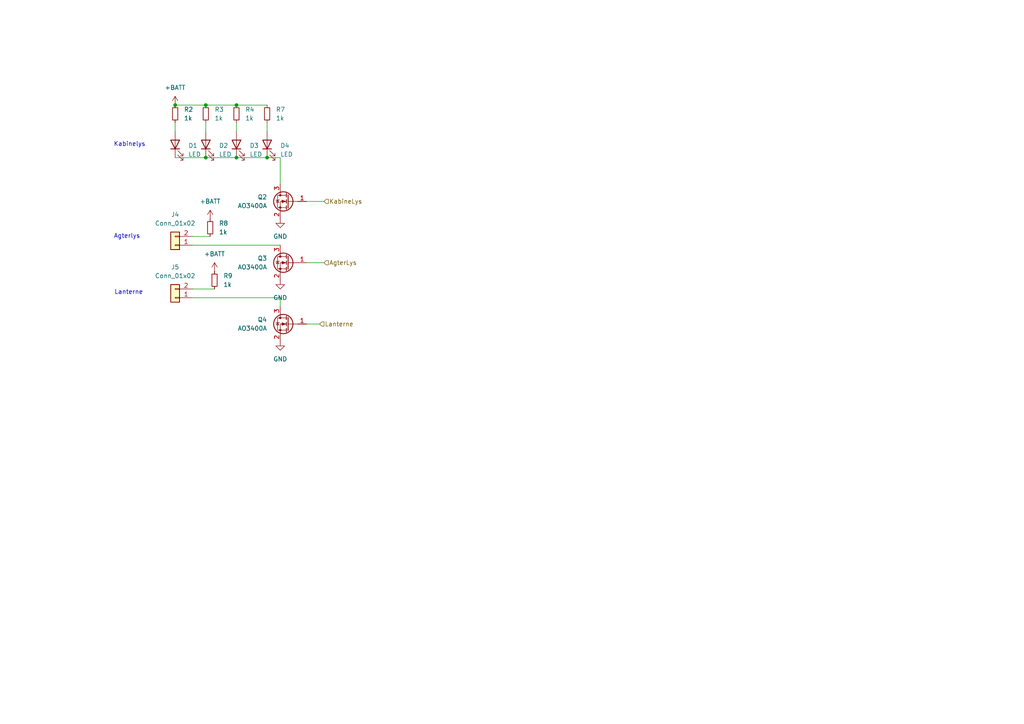
<source format=kicad_sch>
(kicad_sch (version 20231120) (generator "eeschema") (generator_version "8.0")
  (paper "A4")
  (lib_symbols
    (symbol "Connector_Generic:Conn_01x02" (pin_names (offset 1.016) hide)
      (property "Reference" "J" (at 0 2.54 0))
      (property "Value" "Conn_01x02" (at 0 -5.08 0))
      (symbol "Conn_01x02_1_1"
        (rectangle (start -1.27 -2.413) (end 0 -2.667) (stroke (width 0.1524)))
        (rectangle (start -1.27 0.127) (end 0 -0.127) (stroke (width 0.1524)))
        (rectangle (start -1.27 1.27) (end 1.27 -3.81) (stroke (width 0.254)) (fill (type background)))
        (pin passive line (at -5.08 0 0) (length 3.81) (name "Pin_1") (number "1"))
        (pin passive line (at -5.08 -2.54 0) (length 3.81) (name "Pin_2") (number "2"))
      )
    )
    (symbol "Device:LED" (pin_numbers hide) (pin_names (offset 1.016) hide)
      (property "Reference" "D" (at 0 2.54 0))
      (property "Value" "LED" (at 0 -2.54 0))
      (symbol "LED_0_1"
        (polyline (pts (xy -1.27 -1.27) (xy -1.27 1.27)) (stroke (width 0.254)))
        (polyline (pts (xy -1.27 0) (xy 1.27 0)))
        (polyline (pts (xy 1.27 -1.27) (xy 1.27 1.27) (xy -1.27 0) (xy 1.27 -1.27)) (stroke (width 0.254)))
        (polyline (pts (xy -3.048 -0.762) (xy -4.572 -2.286) (xy -3.81 -2.286) (xy -4.572 -2.286) (xy -4.572 -1.524)))
        (polyline (pts (xy -1.778 -0.762) (xy -3.302 -2.286) (xy -2.54 -2.286) (xy -3.302 -2.286) (xy -3.302 -1.524)))
      )
      (symbol "LED_1_1"
        (pin passive line (at -3.81 0 0) (length 2.54) (name "K") (number "1"))
        (pin passive line (at 3.81 0 180) (length 2.54) (name "A") (number "2"))
      )
    )
    (symbol "Device:R_Small" (pin_numbers hide) (pin_names (offset 0.254) hide)
      (property "Reference" "R" (at 0.762 0.508 0))
      (property "Value" "R_Small" (at 0.762 -1.016 0))
      (symbol "R_Small_0_1"
        (rectangle (start -0.762 1.778) (end 0.762 -1.778) (stroke (width 0.2032)))
      )
      (symbol "R_Small_1_1"
        (pin passive line (at 0 2.54 270) (length 0.762) (name "~") (number "1"))
        (pin passive line (at 0 -2.54 90) (length 0.762) (name "~") (number "2"))
      )
    )
    (symbol "Transistor_FET:AO3400A" (pin_names hide)
      (property "Reference" "Q" (at 5.08 1.905 0))
      (property "Value" "AO3400A" (at 5.08 0 0))
      (symbol "AO3400A_0_1"
        (polyline (pts (xy 0.254 0) (xy -2.54 0)))
        (polyline (pts (xy 0.254 1.905) (xy 0.254 -1.905)) (stroke (width 0.254)))
        (polyline (pts (xy 0.762 -1.27) (xy 0.762 -2.286)) (stroke (width 0.254)))
        (polyline (pts (xy 0.762 0.508) (xy 0.762 -0.508)) (stroke (width 0.254)))
        (polyline (pts (xy 0.762 2.286) (xy 0.762 1.27)) (stroke (width 0.254)))
        (polyline (pts (xy 2.54 2.54) (xy 2.54 1.778)))
        (polyline (pts (xy 2.54 -2.54) (xy 2.54 0) (xy 0.762 0)))
        (polyline (pts (xy 0.762 -1.778) (xy 3.302 -1.778) (xy 3.302 1.778) (xy 0.762 1.778)))
        (polyline (pts (xy 1.016 0) (xy 2.032 0.381) (xy 2.032 -0.381) (xy 1.016 0)) (fill (type outline)))
        (polyline (pts (xy 2.794 0.508) (xy 2.921 0.381) (xy 3.683 0.381) (xy 3.81 0.254)))
        (polyline (pts (xy 3.302 0.381) (xy 2.921 -0.254) (xy 3.683 -0.254) (xy 3.302 0.381)))
        (circle (center 1.651 0) (radius 2.794) (stroke (width 0.254)))
        (circle (center 2.54 -1.778) (radius 0.254) (fill (type outline)))
        (circle (center 2.54 1.778) (radius 0.254) (fill (type outline)))
      )
      (symbol "AO3400A_1_1"
        (pin input line (at -5.08 0 0) (length 2.54) (name "G") (number "1"))
        (pin passive line (at 2.54 -5.08 90) (length 2.54) (name "S") (number "2"))
        (pin passive line (at 2.54 5.08 270) (length 2.54) (name "D") (number "3"))
      )
    )
    (symbol "power:+BATT" (power) (pin_numbers hide) (pin_names (offset 0) hide)
      (property "Value" "+BATT" (at 0 3.556 0))
      (symbol "+BATT_0_1"
        (polyline (pts (xy -0.762 1.27) (xy 0 2.54)))
        (polyline (pts (xy 0 0) (xy 0 2.54)))
        (polyline (pts (xy 0 2.54) (xy 0.762 1.27)))
      )
      (symbol "+BATT_1_1"
        (pin power_in line (at 0 0 90) (length 0) (name "~") (number "1"))
      )
    )
    (symbol "power:GND" (power) (pin_numbers hide) (pin_names (offset 0) hide)
      (property "Value" "GND" (at 0 -3.81 0))
      (symbol "GND_0_1"
        (polyline (pts (xy 0 0) (xy 0 -1.27) (xy 1.27 -1.27) (xy 0 -2.54) (xy -1.27 -1.27) (xy 0 -1.27)))
      )
      (symbol "GND_1_1"
        (pin power_in line (at 0 0 270) (length 0) (name "~") (number "1"))
      )
    )
  )
  (junction (at 68.58 45.72))
  (junction (at 68.58 30.48))
  (junction (at 50.8 30.48))
  (junction (at 59.69 45.72))
  (junction (at 77.47 45.72))
  (junction (at 59.69 30.48))
  (wire (pts (xy 88.9 76.2) (xy 93.98 76.2)))
  (wire (pts (xy 59.69 30.48) (xy 68.58 30.48)))
  (wire (pts (xy 88.9 58.42) (xy 93.98 58.42)))
  (wire (pts (xy 55.88 71.12) (xy 81.28 71.12)))
  (wire (pts (xy 77.47 45.72) (xy 68.58 45.72)))
  (wire (pts (xy 81.28 88.9) (xy 81.28 86.36)))
  (wire (pts (xy 59.69 45.72) (xy 50.8 45.72)))
  (wire (pts (xy 55.88 68.58) (xy 60.96 68.58)))
  (wire (pts (xy 81.28 53.34) (xy 81.28 45.72)))
  (wire (pts (xy 88.9 93.98) (xy 92.71 93.98)))
  (wire (pts (xy 77.47 35.56) (xy 77.47 38.1)))
  (wire (pts (xy 55.88 86.36) (xy 81.28 86.36)))
  (wire (pts (xy 59.69 35.56) (xy 59.69 38.1)))
  (wire (pts (xy 50.8 30.48) (xy 59.69 30.48)))
  (wire (pts (xy 68.58 45.72) (xy 59.69 45.72)))
  (wire (pts (xy 68.58 35.56) (xy 68.58 38.1)))
  (wire (pts (xy 55.88 83.82) (xy 62.23 83.82)))
  (wire (pts (xy 81.28 45.72) (xy 77.47 45.72)))
  (wire (pts (xy 50.8 35.56) (xy 50.8 38.1)))
  (wire (pts (xy 68.58 30.48) (xy 77.47 30.48)))
  (text "Kabinelys\n" (at 37.592 41.91 0) (effects (font (size 1.27 1.27))))
  (text "Lanterne" (at 37.338 84.836 0) (effects (font (size 1.27 1.27))))
  (text "Agterlys\n" (at 36.83 68.58 0) (effects (font (size 1.27 1.27))))
  (hierarchical_label "KabineLys" (shape input) (at 93.98 58.42 0))
  (hierarchical_label "Lanterne" (shape input) (at 92.71 93.98 0))
  (hierarchical_label "AgterLys" (shape input) (at 93.98 76.2 0))
  (symbol (lib_id "Device:R_Small") (at 60.96 66.04 0) (unit 1)
    (property "Reference" "R8" (at 63.5 64.7699 0) (effects (justify left)))
    (property "Value" "1k" (at 63.5 67.3099 0) (effects (justify left)))
    (property "Footprint" "Resistor_SMD:R_0603_1608Metric" (effects (hide yes)))
    (property "Description" "Resistor, small symbol" (effects (hide yes)))
  )
  (symbol (lib_id "power:+BATT") (at 50.8 30.48 0) (unit 1)
    (property "Reference" "#PWR013" (effects (hide yes)))
    (property "Value" "+BATT" (at 50.8 25.4 0))
    (property "Description" "Power symbol creates a global label with name \"+BATT\"" (effects (hide yes)))
  )
  (symbol (lib_id "Connector_Generic:Conn_01x02") (at 50.8 86.36 180) (unit 1)
    (property "Reference" "J5" (at 50.8 77.47 0))
    (property "Value" "Conn_01x02" (at 50.8 80.01 0))
    (property "Footprint" "Connector_Molex:Molex_KK-254_AE-6410-02A_1x02_P2.54mm_Vertical" (effects (hide yes)))
    (property "Description" "Generic connector, single row, 01x02, script generated (kicad-library-utils/schlib/autogen/connector/)" (effects (hide yes)))
  )
  (symbol (lib_id "Device:LED") (at 68.58 41.91 90) (unit 1)
    (property "Reference" "D3" (at 72.39 42.2274 90) (effects (justify right)))
    (property "Value" "LED" (at 72.39 44.7674 90) (effects (justify right)))
    (property "Footprint" "LED_SMD:LED_0805_2012Metric" (effects (hide yes)))
    (property "Description" "Light emitting diode" (effects (hide yes)))
  )
  (symbol (lib_id "Device:R_Small") (at 62.23 81.28 0) (unit 1)
    (property "Reference" "R9" (at 64.77 80.0099 0) (effects (justify left)))
    (property "Value" "1k" (at 64.77 82.5499 0) (effects (justify left)))
    (property "Footprint" "Resistor_SMD:R_0603_1608Metric" (effects (hide yes)))
    (property "Description" "Resistor, small symbol" (effects (hide yes)))
  )
  (symbol (lib_id "Device:R_Small") (at 50.8 33.02 0) (unit 1)
    (property "Reference" "R2" (at 53.34 31.7499 0) (effects (justify left)))
    (property "Value" "1k" (at 53.34 34.2899 0) (effects (justify left)))
    (property "Footprint" "Resistor_SMD:R_0603_1608Metric" (effects (hide yes)))
    (property "Description" "Resistor, small symbol" (effects (hide yes)))
  )
  (symbol (lib_id "power:+BATT") (at 62.23 78.74 0) (unit 1)
    (property "Reference" "#PWR015" (effects (hide yes)))
    (property "Value" "+BATT" (at 62.23 73.66 0))
    (property "Description" "Power symbol creates a global label with name \"+BATT\"" (effects (hide yes)))
  )
  (symbol (lib_id "Device:R_Small") (at 59.69 33.02 0) (unit 1)
    (property "Reference" "R3" (at 62.23 31.7499 0) (effects (justify left)))
    (property "Value" "1k" (at 62.23 34.2899 0) (effects (justify left)))
    (property "Footprint" "Resistor_SMD:R_0603_1608Metric" (effects (hide yes)))
    (property "Description" "Resistor, small symbol" (effects (hide yes)))
  )
  (symbol (lib_id "Device:LED") (at 77.47 41.91 90) (unit 1)
    (property "Reference" "D4" (at 81.28 42.2274 90) (effects (justify right)))
    (property "Value" "LED" (at 81.28 44.7674 90) (effects (justify right)))
    (property "Footprint" "LED_SMD:LED_0805_2012Metric" (effects (hide yes)))
    (property "Description" "Light emitting diode" (effects (hide yes)))
  )
  (symbol (lib_id "Device:R_Small") (at 68.58 33.02 0) (unit 1)
    (property "Reference" "R4" (at 71.12 31.7499 0) (effects (justify left)))
    (property "Value" "1k" (at 71.12 34.2899 0) (effects (justify left)))
    (property "Footprint" "Resistor_SMD:R_0603_1608Metric" (effects (hide yes)))
    (property "Description" "Resistor, small symbol" (effects (hide yes)))
  )
  (symbol (lib_id "power:GND") (at 81.28 99.06 0) (unit 1)
    (property "Reference" "#PWR09" (effects (hide yes)))
    (property "Value" "GND" (at 81.28 104.14 0))
    (property "Description" "Power symbol creates a global label with name \"GND\" , ground" (effects (hide yes)))
  )
  (symbol (lib_id "power:+BATT") (at 60.96 63.5 0) (unit 1)
    (property "Reference" "#PWR014" (effects (hide yes)))
    (property "Value" "+BATT" (at 60.96 58.42 0))
    (property "Description" "Power symbol creates a global label with name \"+BATT\"" (effects (hide yes)))
  )
  (symbol (lib_id "Connector_Generic:Conn_01x02") (at 50.8 71.12 180) (unit 1)
    (property "Reference" "J4" (at 50.8 62.23 0))
    (property "Value" "Conn_01x02" (at 50.8 64.77 0))
    (property "Footprint" "Connector_Molex:Molex_KK-254_AE-6410-02A_1x02_P2.54mm_Vertical" (effects (hide yes)))
    (property "Description" "Generic connector, single row, 01x02, script generated (kicad-library-utils/schlib/autogen/connector/)" (effects (hide yes)))
  )
  (symbol (lib_id "Transistor_FET:AO3400A") (at 83.82 76.2 0) (mirror y) (unit 1)
    (property "Reference" "Q3" (at 77.47 74.9299 0) (effects (justify left)))
    (property "Value" "AO3400A" (at 77.47 77.4699 0) (effects (justify left)))
    (property "Footprint" "Package_TO_SOT_SMD:SOT-23" (effects (hide yes)))
    (property "Datasheet" "http://www.aosmd.com/pdfs/datasheet/AO3400A.pdf" (effects (hide yes)))
    (property "Description" "30V Vds, 5.7A Id, N-Channel MOSFET, SOT-23" (effects (hide yes)))
  )
  (symbol (lib_id "Transistor_FET:AO3400A") (at 83.82 58.42 0) (mirror y) (unit 1)
    (property "Reference" "Q2" (at 77.47 57.1499 0) (effects (justify left)))
    (property "Value" "AO3400A" (at 77.47 59.6899 0) (effects (justify left)))
    (property "Footprint" "Package_TO_SOT_SMD:SOT-23" (effects (hide yes)))
    (property "Datasheet" "http://www.aosmd.com/pdfs/datasheet/AO3400A.pdf" (effects (hide yes)))
    (property "Description" "30V Vds, 5.7A Id, N-Channel MOSFET, SOT-23" (effects (hide yes)))
  )
  (symbol (lib_id "Transistor_FET:AO3400A") (at 83.82 93.98 0) (mirror y) (unit 1)
    (property "Reference" "Q4" (at 77.47 92.7099 0) (effects (justify left)))
    (property "Value" "AO3400A" (at 77.47 95.2499 0) (effects (justify left)))
    (property "Footprint" "Package_TO_SOT_SMD:SOT-23" (effects (hide yes)))
    (property "Datasheet" "http://www.aosmd.com/pdfs/datasheet/AO3400A.pdf" (effects (hide yes)))
    (property "Description" "30V Vds, 5.7A Id, N-Channel MOSFET, SOT-23" (effects (hide yes)))
  )
  (symbol (lib_id "Device:LED") (at 59.69 41.91 90) (unit 1)
    (property "Reference" "D2" (at 63.5 42.2274 90) (effects (justify right)))
    (property "Value" "LED" (at 63.5 44.7674 90) (effects (justify right)))
    (property "Footprint" "LED_SMD:LED_0805_2012Metric" (effects (hide yes)))
    (property "Description" "Light emitting diode" (effects (hide yes)))
  )
  (symbol (lib_id "Device:LED") (at 50.8 41.91 90) (unit 1)
    (property "Reference" "D1" (at 54.61 42.2274 90) (effects (justify right)))
    (property "Value" "LED" (at 54.61 44.7674 90) (effects (justify right)))
    (property "Footprint" "LED_SMD:LED_0805_2012Metric" (effects (hide yes)))
    (property "Description" "Light emitting diode" (effects (hide yes)))
  )
  (symbol (lib_id "power:GND") (at 81.28 63.5 0) (unit 1)
    (property "Reference" "#PWR07" (effects (hide yes)))
    (property "Value" "GND" (at 81.28 68.58 0))
    (property "Description" "Power symbol creates a global label with name \"GND\" , ground" (effects (hide yes)))
  )
  (symbol (lib_id "power:GND") (at 81.28 81.28 0) (unit 1)
    (property "Reference" "#PWR08" (effects (hide yes)))
    (property "Value" "GND" (at 81.28 86.36 0))
    (property "Description" "Power symbol creates a global label with name \"GND\" , ground" (effects (hide yes)))
  )
  (symbol (lib_id "Device:R_Small") (at 77.47 33.02 0) (unit 1)
    (property "Reference" "R7" (at 80.01 31.7499 0) (effects (justify left)))
    (property "Value" "1k" (at 80.01 34.2899 0) (effects (justify left)))
    (property "Footprint" "Resistor_SMD:R_0603_1608Metric" (effects (hide yes)))
    (property "Description" "Resistor, small symbol" (effects (hide yes)))
  )
)
</source>
